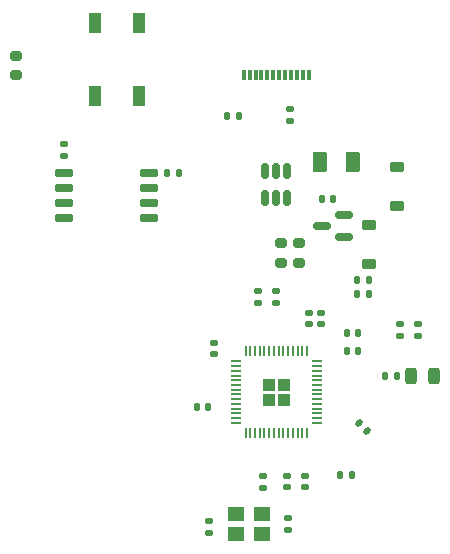
<source format=gbr>
%TF.GenerationSoftware,KiCad,Pcbnew,(7.0.0)*%
%TF.CreationDate,2023-03-04T19:16:17-06:00*%
%TF.ProjectId,OpenRectangleBreakout,4f70656e-5265-4637-9461-6e676c654272,rev?*%
%TF.SameCoordinates,Original*%
%TF.FileFunction,Paste,Top*%
%TF.FilePolarity,Positive*%
%FSLAX46Y46*%
G04 Gerber Fmt 4.6, Leading zero omitted, Abs format (unit mm)*
G04 Created by KiCad (PCBNEW (7.0.0)) date 2023-03-04 19:16:17*
%MOMM*%
%LPD*%
G01*
G04 APERTURE LIST*
G04 Aperture macros list*
%AMRoundRect*
0 Rectangle with rounded corners*
0 $1 Rounding radius*
0 $2 $3 $4 $5 $6 $7 $8 $9 X,Y pos of 4 corners*
0 Add a 4 corners polygon primitive as box body*
4,1,4,$2,$3,$4,$5,$6,$7,$8,$9,$2,$3,0*
0 Add four circle primitives for the rounded corners*
1,1,$1+$1,$2,$3*
1,1,$1+$1,$4,$5*
1,1,$1+$1,$6,$7*
1,1,$1+$1,$8,$9*
0 Add four rect primitives between the rounded corners*
20,1,$1+$1,$2,$3,$4,$5,0*
20,1,$1+$1,$4,$5,$6,$7,0*
20,1,$1+$1,$6,$7,$8,$9,0*
20,1,$1+$1,$8,$9,$2,$3,0*%
G04 Aperture macros list end*
%ADD10RoundRect,0.135000X0.185000X-0.135000X0.185000X0.135000X-0.185000X0.135000X-0.185000X-0.135000X0*%
%ADD11RoundRect,0.140000X-0.170000X0.140000X-0.170000X-0.140000X0.170000X-0.140000X0.170000X0.140000X0*%
%ADD12RoundRect,0.140000X0.140000X0.170000X-0.140000X0.170000X-0.140000X-0.170000X0.140000X-0.170000X0*%
%ADD13R,0.300000X0.900000*%
%ADD14RoundRect,0.225000X0.375000X-0.225000X0.375000X0.225000X-0.375000X0.225000X-0.375000X-0.225000X0*%
%ADD15RoundRect,0.140000X-0.140000X-0.170000X0.140000X-0.170000X0.140000X0.170000X-0.140000X0.170000X0*%
%ADD16RoundRect,0.200000X-0.275000X0.200000X-0.275000X-0.200000X0.275000X-0.200000X0.275000X0.200000X0*%
%ADD17RoundRect,0.150000X0.587500X0.150000X-0.587500X0.150000X-0.587500X-0.150000X0.587500X-0.150000X0*%
%ADD18R,1.400000X1.200000*%
%ADD19R,1.100000X1.800000*%
%ADD20RoundRect,0.140000X0.170000X-0.140000X0.170000X0.140000X-0.170000X0.140000X-0.170000X-0.140000X0*%
%ADD21RoundRect,0.135000X-0.185000X0.135000X-0.185000X-0.135000X0.185000X-0.135000X0.185000X0.135000X0*%
%ADD22RoundRect,0.250000X-0.292217X-0.292217X0.292217X-0.292217X0.292217X0.292217X-0.292217X0.292217X0*%
%ADD23RoundRect,0.050000X-0.387500X-0.050000X0.387500X-0.050000X0.387500X0.050000X-0.387500X0.050000X0*%
%ADD24RoundRect,0.050000X-0.050000X-0.387500X0.050000X-0.387500X0.050000X0.387500X-0.050000X0.387500X0*%
%ADD25RoundRect,0.243750X0.243750X0.456250X-0.243750X0.456250X-0.243750X-0.456250X0.243750X-0.456250X0*%
%ADD26RoundRect,0.150000X-0.150000X0.512500X-0.150000X-0.512500X0.150000X-0.512500X0.150000X0.512500X0*%
%ADD27RoundRect,0.135000X0.135000X0.185000X-0.135000X0.185000X-0.135000X-0.185000X0.135000X-0.185000X0*%
%ADD28RoundRect,0.135000X-0.135000X-0.185000X0.135000X-0.185000X0.135000X0.185000X-0.135000X0.185000X0*%
%ADD29RoundRect,0.150000X-0.650000X-0.150000X0.650000X-0.150000X0.650000X0.150000X-0.650000X0.150000X0*%
%ADD30RoundRect,0.200000X0.275000X-0.200000X0.275000X0.200000X-0.275000X0.200000X-0.275000X-0.200000X0*%
%ADD31RoundRect,0.250000X-0.375000X-0.625000X0.375000X-0.625000X0.375000X0.625000X-0.375000X0.625000X0*%
%ADD32RoundRect,0.140000X-0.219203X-0.021213X-0.021213X-0.219203X0.219203X0.021213X0.021213X0.219203X0*%
G04 APERTURE END LIST*
D10*
%TO.C,R6*%
X56966468Y-58604807D03*
X56966468Y-57584807D03*
%TD*%
D11*
%TO.C,C7*%
X39261468Y-74318825D03*
X39261468Y-75278825D03*
%TD*%
D12*
%TO.C,C9*%
X52796468Y-53914807D03*
X51836468Y-53914807D03*
%TD*%
D13*
%TO.C,J1*%
X47724967Y-36559806D03*
X47224967Y-36559806D03*
X46724967Y-36559806D03*
X46224967Y-36559806D03*
X45724967Y-36559806D03*
X45224967Y-36559806D03*
X44724967Y-36559806D03*
X44224967Y-36559806D03*
X43724967Y-36559806D03*
X43224967Y-36559806D03*
X42724967Y-36559806D03*
X42224967Y-36559806D03*
%TD*%
D10*
%TO.C,R11*%
X43833468Y-71483057D03*
X43833468Y-70463057D03*
%TD*%
D11*
%TO.C,C6*%
X47389468Y-70493057D03*
X47389468Y-71453057D03*
%TD*%
D14*
%TO.C,D2*%
X55226468Y-47619807D03*
X55226468Y-44319807D03*
%TD*%
D15*
%TO.C,C16*%
X50973468Y-58400057D03*
X51933468Y-58400057D03*
%TD*%
%TO.C,C3*%
X35765000Y-44850000D03*
X36725000Y-44850000D03*
%TD*%
D16*
%TO.C,R8*%
X45406468Y-50804807D03*
X45406468Y-52454807D03*
%TD*%
D17*
%TO.C,U1*%
X50686468Y-50259807D03*
X50686468Y-48359807D03*
X48811468Y-49309807D03*
%TD*%
D18*
%TO.C,Y1*%
X43790467Y-73679056D03*
X41590467Y-73679056D03*
X41590467Y-75379056D03*
X43790467Y-75379056D03*
%TD*%
D19*
%TO.C,SW1*%
X33360378Y-32158717D03*
X33360378Y-38358717D03*
X29660378Y-32158717D03*
X29660378Y-38358717D03*
%TD*%
D20*
%TO.C,C8*%
X45964218Y-75024825D03*
X45964218Y-74064825D03*
%TD*%
D11*
%TO.C,C14*%
X45865468Y-70493057D03*
X45865468Y-71453057D03*
%TD*%
D21*
%TO.C,R10*%
X27020379Y-42413718D03*
X27020379Y-43433718D03*
%TD*%
D22*
%TO.C,U3*%
X44338968Y-62747307D03*
X44338968Y-64022307D03*
X45613968Y-62747307D03*
X45613968Y-64022307D03*
D23*
X41538968Y-60784807D03*
X41538968Y-61184807D03*
X41538968Y-61584807D03*
X41538968Y-61984807D03*
X41538968Y-62384807D03*
X41538968Y-62784807D03*
X41538968Y-63184807D03*
X41538968Y-63584807D03*
X41538968Y-63984807D03*
X41538968Y-64384807D03*
X41538968Y-64784807D03*
X41538968Y-65184807D03*
X41538968Y-65584807D03*
X41538968Y-65984807D03*
D24*
X42376468Y-66822307D03*
X42776468Y-66822307D03*
X43176468Y-66822307D03*
X43576468Y-66822307D03*
X43976468Y-66822307D03*
X44376468Y-66822307D03*
X44776468Y-66822307D03*
X45176468Y-66822307D03*
X45576468Y-66822307D03*
X45976468Y-66822307D03*
X46376468Y-66822307D03*
X46776468Y-66822307D03*
X47176468Y-66822307D03*
X47576468Y-66822307D03*
D23*
X48413968Y-65984807D03*
X48413968Y-65584807D03*
X48413968Y-65184807D03*
X48413968Y-64784807D03*
X48413968Y-64384807D03*
X48413968Y-63984807D03*
X48413968Y-63584807D03*
X48413968Y-63184807D03*
X48413968Y-62784807D03*
X48413968Y-62384807D03*
X48413968Y-61984807D03*
X48413968Y-61584807D03*
X48413968Y-61184807D03*
X48413968Y-60784807D03*
D24*
X47576468Y-59947307D03*
X47176468Y-59947307D03*
X46776468Y-59947307D03*
X46376468Y-59947307D03*
X45976468Y-59947307D03*
X45576468Y-59947307D03*
X45176468Y-59947307D03*
X44776468Y-59947307D03*
X44376468Y-59947307D03*
X43976468Y-59947307D03*
X43576468Y-59947307D03*
X43176468Y-59947307D03*
X42776468Y-59947307D03*
X42376468Y-59947307D03*
%TD*%
D25*
%TO.C,D3*%
X58291468Y-61989807D03*
X56416468Y-61989807D03*
%TD*%
D26*
%TO.C,U2*%
X45926468Y-44702307D03*
X44976468Y-44702307D03*
X44026468Y-44702307D03*
X44026468Y-46977307D03*
X44976468Y-46977307D03*
X45926468Y-46977307D03*
%TD*%
D27*
%TO.C,R7*%
X51406468Y-70419807D03*
X50386468Y-70419807D03*
%TD*%
D20*
%TO.C,C4*%
X47742218Y-57625825D03*
X47742218Y-56665825D03*
%TD*%
%TO.C,C10*%
X44976468Y-55832057D03*
X44976468Y-54872057D03*
%TD*%
D16*
%TO.C,R9*%
X46936468Y-50804807D03*
X46936468Y-52454807D03*
%TD*%
D15*
%TO.C,C17*%
X50973468Y-59924057D03*
X51933468Y-59924057D03*
%TD*%
D28*
%TO.C,R2*%
X40790000Y-39980000D03*
X41810000Y-39980000D03*
%TD*%
D15*
%TO.C,C1*%
X51836468Y-55114807D03*
X52796468Y-55114807D03*
%TD*%
D21*
%TO.C,R5*%
X55426468Y-57584807D03*
X55426468Y-58604807D03*
%TD*%
D29*
%TO.C,U4*%
X27020379Y-44848718D03*
X27020379Y-46118718D03*
X27020379Y-47388718D03*
X27020379Y-48658718D03*
X34220379Y-48658718D03*
X34220379Y-47388718D03*
X34220379Y-46118718D03*
X34220379Y-44848718D03*
%TD*%
D14*
%TO.C,D1*%
X52846468Y-52549807D03*
X52846468Y-49249807D03*
%TD*%
D20*
%TO.C,C12*%
X48758218Y-57625825D03*
X48758218Y-56665825D03*
%TD*%
%TO.C,C5*%
X43452468Y-55832057D03*
X43452468Y-54872057D03*
%TD*%
D12*
%TO.C,C15*%
X39220000Y-64640000D03*
X38260000Y-64640000D03*
%TD*%
D21*
%TO.C,R3*%
X46140000Y-39430000D03*
X46140000Y-40450000D03*
%TD*%
D30*
%TO.C,R1*%
X22970000Y-36575000D03*
X22970000Y-34925000D03*
%TD*%
D31*
%TO.C,F1*%
X48706468Y-43949807D03*
X51506468Y-43949807D03*
%TD*%
D28*
%TO.C,R4*%
X54216468Y-61999807D03*
X55236468Y-61999807D03*
%TD*%
D32*
%TO.C,C11*%
X51943057Y-65966289D03*
X52621879Y-66645111D03*
%TD*%
D12*
%TO.C,C2*%
X49776468Y-47069807D03*
X48816468Y-47069807D03*
%TD*%
D20*
%TO.C,C13*%
X39741218Y-60165825D03*
X39741218Y-59205825D03*
%TD*%
M02*

</source>
